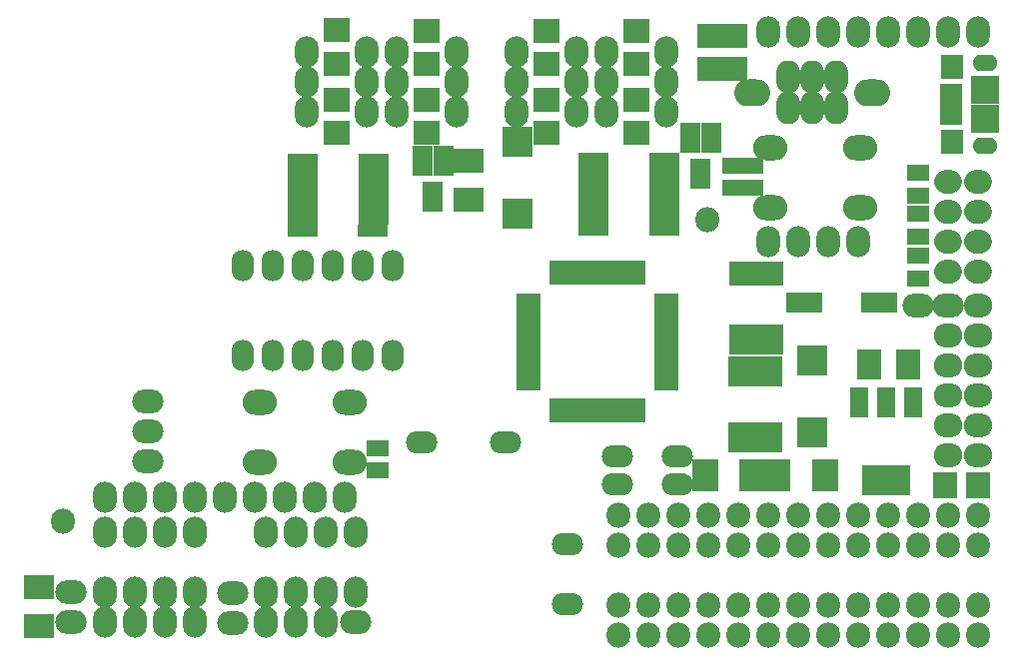
<source format=gts>
G04 (created by PCBNEW-RS274X (2012-01-19 BZR 3256)-stable) date 30/5/2556 14:25:47*
G01*
G70*
G90*
%MOIN*%
G04 Gerber Fmt 3.4, Leading zero omitted, Abs format*
%FSLAX34Y34*%
G04 APERTURE LIST*
%ADD10C,0.006000*%
%ADD11O,0.080000X0.085000*%
%ADD12O,0.080000X0.105000*%
%ADD13R,0.082900X0.090900*%
%ADD14O,0.105000X0.075000*%
%ADD15O,0.105000X0.080000*%
%ADD16O,0.115000X0.084000*%
%ADD17O,0.080000X0.110000*%
%ADD18O,0.120000X0.090000*%
%ADD19R,0.090900X0.082900*%
%ADD20R,0.030000X0.080000*%
%ADD21R,0.080000X0.030000*%
%ADD22O,0.075000X0.105000*%
%ADD23R,0.164000X0.100000*%
%ADD24R,0.060000X0.100000*%
%ADD25R,0.098700X0.039700*%
%ADD26R,0.098700X0.098700*%
%ADD27O,0.095000X0.080000*%
%ADD28R,0.065000X0.100000*%
%ADD29R,0.100000X0.080000*%
%ADD30R,0.075000X0.055000*%
%ADD31C,0.080000*%
%ADD32R,0.180000X0.100000*%
%ADD33R,0.090900X0.106600*%
%ADD34R,0.118400X0.067200*%
%ADD35R,0.080000X0.100000*%
%ADD36R,0.180000X0.080000*%
%ADD37R,0.073100X0.035700*%
%ADD38R,0.075100X0.083000*%
%ADD39R,0.094800X0.094800*%
%ADD40O,0.083000X0.055400*%
G04 APERTURE END LIST*
G54D10*
G54D11*
X71949Y-48170D03*
X71949Y-49170D03*
X70949Y-48170D03*
X70949Y-49170D03*
X69949Y-48170D03*
X69949Y-49170D03*
X68949Y-48170D03*
X68949Y-49170D03*
X67949Y-48170D03*
X67949Y-49170D03*
X66949Y-48170D03*
X66949Y-49170D03*
X65949Y-48170D03*
X65949Y-49170D03*
X64949Y-48170D03*
X64949Y-49170D03*
X63949Y-48170D03*
X63949Y-49170D03*
X62949Y-48170D03*
X62949Y-49170D03*
X61949Y-48170D03*
X61949Y-49170D03*
X60949Y-48170D03*
X60949Y-49170D03*
X59949Y-48170D03*
X59949Y-49170D03*
X41402Y-45342D03*
X62898Y-35283D03*
G54D12*
X64943Y-36027D03*
X65943Y-36027D03*
X66943Y-36027D03*
X67943Y-36027D03*
G54D13*
X70841Y-44145D03*
X71959Y-44145D03*
G54D14*
X58246Y-48116D03*
X58246Y-46116D03*
G54D15*
X41678Y-48737D03*
X41678Y-47737D03*
G54D16*
X68016Y-32897D03*
X68016Y-34897D03*
X65016Y-32897D03*
X65016Y-34897D03*
G54D17*
X67210Y-30530D03*
X67210Y-31550D03*
X66410Y-30530D03*
X66410Y-31550D03*
X65610Y-30530D03*
X65610Y-31550D03*
G54D18*
X64410Y-31040D03*
X68410Y-31040D03*
G54D12*
X48186Y-45737D03*
X49186Y-45737D03*
X50186Y-45737D03*
X51186Y-45737D03*
G54D15*
X47064Y-48745D03*
X47064Y-47745D03*
G54D14*
X61914Y-43204D03*
X59914Y-43204D03*
G54D19*
X63018Y-30269D03*
X63018Y-29151D03*
X63815Y-30268D03*
X63815Y-29150D03*
G54D20*
X59743Y-37071D03*
X59548Y-37071D03*
X59353Y-37071D03*
X59153Y-37071D03*
X58958Y-37071D03*
X58763Y-37071D03*
X58563Y-37071D03*
X58368Y-37071D03*
X58173Y-37071D03*
X57973Y-37071D03*
X57778Y-37071D03*
X59743Y-41671D03*
X59548Y-41671D03*
X59353Y-41671D03*
X59153Y-41671D03*
X58958Y-41671D03*
X58763Y-41671D03*
X58563Y-41671D03*
X58368Y-41671D03*
X58173Y-41671D03*
X57973Y-41671D03*
X57778Y-41671D03*
G54D21*
X61553Y-37896D03*
X61553Y-38091D03*
X61553Y-38291D03*
X61553Y-38486D03*
X61553Y-38681D03*
X61553Y-38881D03*
X61553Y-39076D03*
X61553Y-39271D03*
X61553Y-39471D03*
X61553Y-39666D03*
X61553Y-39861D03*
X56953Y-39861D03*
X56953Y-39666D03*
X56953Y-39471D03*
X56953Y-39271D03*
X56953Y-39076D03*
X56953Y-38881D03*
X56953Y-38681D03*
X56953Y-38486D03*
X56953Y-38291D03*
X56953Y-38091D03*
X56953Y-37896D03*
X56953Y-40061D03*
X56953Y-40256D03*
X56953Y-40451D03*
X56953Y-40651D03*
X56953Y-40846D03*
X61553Y-40846D03*
X61553Y-40651D03*
X61553Y-40451D03*
X61553Y-40256D03*
X61553Y-40061D03*
G54D20*
X59943Y-41671D03*
X60138Y-41671D03*
X60333Y-41671D03*
X60533Y-41671D03*
X60728Y-41671D03*
X59943Y-37071D03*
X60138Y-37071D03*
X60333Y-37071D03*
X60533Y-37071D03*
X60728Y-37071D03*
G54D12*
X51538Y-29692D03*
X51538Y-30692D03*
X51538Y-31692D03*
X52538Y-29692D03*
X52538Y-30692D03*
X52538Y-31692D03*
G54D22*
X52423Y-36816D03*
X47423Y-36816D03*
X47423Y-39808D03*
X52423Y-39808D03*
X51423Y-39808D03*
X50423Y-39808D03*
X49423Y-39808D03*
X48423Y-39808D03*
X51423Y-36816D03*
X50423Y-36816D03*
X49423Y-36816D03*
X48423Y-36816D03*
G54D23*
X68880Y-43980D03*
G54D24*
X68880Y-41380D03*
X67980Y-41380D03*
X69780Y-41380D03*
G54D12*
X42804Y-44564D03*
X43804Y-44564D03*
X44804Y-44564D03*
X45804Y-44564D03*
X46804Y-44564D03*
X47804Y-44564D03*
X48804Y-44564D03*
X49804Y-44564D03*
X50804Y-44564D03*
X61538Y-31692D03*
X61538Y-30692D03*
X61538Y-29692D03*
X56538Y-31692D03*
X56538Y-30692D03*
X56538Y-29692D03*
X54538Y-31692D03*
X54538Y-30692D03*
X54538Y-29692D03*
X49538Y-31692D03*
X49538Y-30692D03*
X49538Y-29692D03*
G54D25*
X51763Y-35643D03*
X51764Y-35249D03*
X51764Y-34856D03*
X51764Y-34462D03*
X51764Y-34068D03*
X51764Y-33674D03*
X51764Y-33281D03*
X49401Y-35643D03*
X49401Y-35249D03*
X49401Y-34856D03*
X49401Y-34462D03*
X49401Y-34068D03*
X49401Y-33674D03*
X49401Y-33281D03*
X61471Y-35631D03*
X61472Y-35237D03*
X61472Y-34844D03*
X61472Y-34450D03*
X61472Y-34056D03*
X61472Y-33662D03*
X61472Y-33269D03*
X59109Y-35631D03*
X59109Y-35237D03*
X59109Y-34844D03*
X59109Y-34450D03*
X59109Y-34056D03*
X59109Y-33662D03*
X59109Y-33269D03*
G54D15*
X44237Y-41361D03*
X44237Y-42361D03*
X44237Y-43361D03*
G54D26*
X56580Y-32700D03*
X56580Y-35100D03*
G54D14*
X61914Y-44136D03*
X59914Y-44136D03*
G54D12*
X58538Y-29692D03*
X58538Y-30692D03*
X58538Y-31692D03*
X59538Y-29692D03*
X59538Y-30692D03*
X59538Y-31692D03*
G54D27*
X71950Y-43150D03*
X71950Y-42150D03*
X71950Y-41150D03*
X71950Y-40150D03*
X71950Y-39150D03*
X71950Y-38150D03*
X70950Y-43150D03*
X70950Y-42150D03*
X70950Y-41150D03*
X70950Y-40150D03*
X70950Y-39150D03*
G54D12*
X51186Y-47737D03*
G54D15*
X51186Y-48737D03*
G54D12*
X50186Y-47737D03*
X50186Y-48737D03*
X49186Y-47737D03*
X49186Y-48737D03*
X48186Y-47737D03*
X48186Y-48737D03*
X42800Y-45737D03*
X43800Y-45737D03*
X44800Y-45737D03*
X45800Y-45737D03*
X45800Y-47737D03*
X45800Y-48737D03*
X44800Y-47737D03*
X44800Y-48737D03*
X43800Y-47737D03*
X43800Y-48737D03*
X42800Y-47737D03*
X42800Y-48737D03*
G54D28*
X53412Y-33317D03*
X54112Y-33317D03*
X53762Y-34517D03*
X62344Y-32570D03*
X63044Y-32570D03*
X62694Y-33770D03*
G54D29*
X40627Y-48855D03*
X40627Y-47555D03*
G54D30*
X69950Y-37245D03*
X69950Y-36495D03*
X69940Y-35855D03*
X69940Y-35105D03*
X63770Y-34238D03*
X63770Y-33488D03*
X64407Y-34239D03*
X64407Y-33489D03*
G54D31*
X71865Y-34030D02*
X72015Y-34030D01*
X71865Y-35030D02*
X72015Y-35030D01*
X71865Y-36030D02*
X72015Y-36030D01*
X71865Y-37030D02*
X72015Y-37030D01*
G54D30*
X69952Y-34487D03*
X69952Y-33737D03*
G54D32*
X64526Y-40348D03*
X64526Y-42548D03*
G54D12*
X70944Y-29016D03*
X71944Y-29016D03*
G54D15*
X70930Y-38150D03*
X69930Y-38150D03*
G54D19*
X57540Y-28981D03*
X57540Y-30099D03*
X60537Y-28985D03*
X60537Y-30103D03*
G54D33*
X66836Y-43828D03*
X65256Y-43828D03*
X64410Y-43820D03*
X62830Y-43820D03*
G54D34*
X68660Y-38060D03*
X66160Y-38060D03*
G54D29*
X54943Y-33307D03*
X54943Y-34607D03*
G54D35*
X69614Y-40118D03*
X68314Y-40118D03*
G54D26*
X66416Y-40002D03*
X66416Y-42402D03*
G54D19*
X50540Y-28967D03*
X50540Y-30085D03*
X53543Y-28974D03*
X53543Y-30092D03*
G54D32*
X64530Y-39290D03*
G54D36*
X64530Y-37090D03*
G54D16*
X50976Y-41378D03*
X50976Y-43378D03*
X47976Y-41378D03*
X47976Y-43378D03*
G54D30*
X51909Y-42915D03*
X51909Y-43665D03*
G54D11*
X71951Y-45149D03*
X71951Y-46149D03*
X70951Y-45149D03*
X70951Y-46149D03*
X69951Y-45149D03*
X69951Y-46149D03*
X68951Y-45149D03*
X68951Y-46149D03*
X67951Y-45149D03*
X67951Y-46149D03*
X66951Y-45149D03*
X66951Y-46149D03*
X65951Y-45149D03*
X65951Y-46149D03*
X64951Y-45149D03*
X64951Y-46149D03*
X63951Y-45149D03*
X63951Y-46149D03*
X62951Y-45149D03*
X62951Y-46149D03*
X61951Y-45149D03*
X61951Y-46149D03*
X60951Y-45149D03*
X60951Y-46149D03*
X59951Y-45149D03*
X59951Y-46149D03*
G54D31*
X70865Y-34030D02*
X71015Y-34030D01*
X70865Y-35030D02*
X71015Y-35030D01*
X70865Y-36030D02*
X71015Y-36030D01*
X70865Y-37030D02*
X71015Y-37030D01*
G54D19*
X50540Y-31277D03*
X50540Y-32395D03*
X53543Y-31277D03*
X53543Y-32395D03*
X57540Y-31284D03*
X57540Y-32402D03*
X60534Y-31288D03*
X60534Y-32406D03*
G54D37*
X71050Y-31444D03*
X71050Y-31188D03*
X71050Y-31700D03*
X71050Y-31956D03*
X71050Y-30932D03*
G54D38*
X71090Y-32704D03*
X71090Y-30184D03*
G54D39*
X72192Y-31916D03*
X72192Y-30972D03*
G54D40*
X72192Y-32822D03*
X72192Y-30066D03*
G54D12*
X64944Y-29015D03*
X65944Y-29015D03*
X66944Y-29015D03*
X67944Y-29015D03*
X69944Y-29016D03*
X68944Y-29016D03*
G54D14*
X56183Y-42714D03*
X53383Y-42714D03*
M02*

</source>
